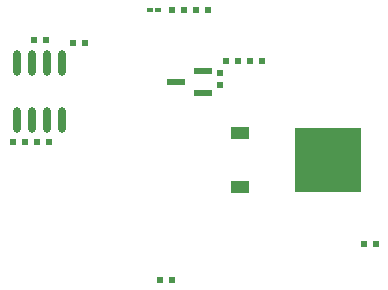
<source format=gtp>
G04 Layer_Color=8421504*
%FSLAX42Y42*%
%MOMM*%
G71*
G01*
G75*
%ADD10R,1.50X0.60*%
%ADD11R,1.60X1.00*%
%ADD12R,5.70X5.50*%
%ADD13R,0.60X0.50*%
%ADD14R,0.50X0.60*%
%ADD15R,0.50X0.30*%
%ADD16O,0.60X2.20*%
D10*
X1868Y2394D02*
D03*
Y2584D02*
D03*
X1638Y2489D02*
D03*
D11*
X2181Y2057D02*
D03*
Y1600D02*
D03*
D12*
X2921Y1829D02*
D03*
D13*
X863Y2819D02*
D03*
X763D02*
D03*
X2058Y2667D02*
D03*
X2158D02*
D03*
X1601Y3099D02*
D03*
X1701D02*
D03*
X533Y2845D02*
D03*
X433D02*
D03*
X2361Y2667D02*
D03*
X2261D02*
D03*
X1904Y3099D02*
D03*
X1804D02*
D03*
X255Y1981D02*
D03*
X355D02*
D03*
X458D02*
D03*
X558D02*
D03*
X1500Y813D02*
D03*
X1600D02*
D03*
X3327Y1118D02*
D03*
X3227D02*
D03*
D14*
X2007Y2564D02*
D03*
Y2464D02*
D03*
D15*
X1483Y3099D02*
D03*
X1413D02*
D03*
D16*
X673Y2653D02*
D03*
X546D02*
D03*
X419D02*
D03*
X292D02*
D03*
X673Y2173D02*
D03*
X546D02*
D03*
X419D02*
D03*
X292D02*
D03*
M02*

</source>
